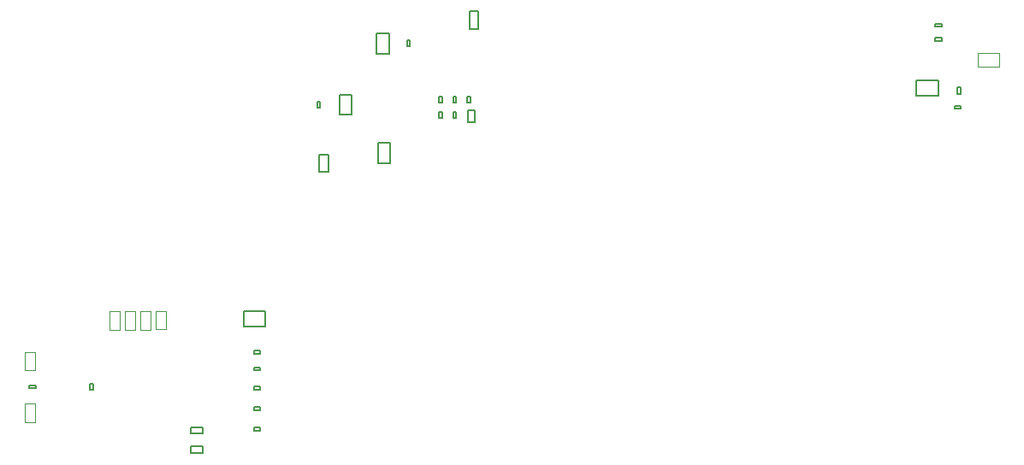
<source format=gbr>
%TF.GenerationSoftware,Altium Limited,Altium Designer,24.1.2 (44)*%
G04 Layer_Color=32768*
%FSLAX45Y45*%
%MOMM*%
%TF.SameCoordinates,57B3B6A3-E825-4013-9261-08072AB09D51*%
%TF.FilePolarity,Positive*%
%TF.FileFunction,Other,Bottom_3D_Body*%
%TF.Part,Single*%
G01*
G75*
%TA.AperFunction,NonConductor*%
%ADD64C,0.20000*%
%ADD88C,0.10000*%
D64*
X8484600Y7733406D02*
Y7933406D01*
Y7733406D02*
X8609600D01*
Y7933406D01*
X8484600D02*
X8609600D01*
X8784600Y7804400D02*
Y7867400D01*
Y7804400D02*
X8817600D01*
Y7867400D01*
X8784600D02*
X8817600D01*
X8241300Y7126300D02*
Y7326300D01*
X8116300D02*
X8241300D01*
X8116300Y7126300D02*
Y7326300D01*
Y7126300D02*
X8241300D01*
X7928600Y7194800D02*
Y7257800D01*
X7895600D02*
X7928600D01*
X7895600Y7194800D02*
Y7257800D01*
Y7194800D02*
X7928600D01*
X8007900Y6561100D02*
Y6731100D01*
X7917900D02*
X8007900D01*
X7917900Y6561100D02*
Y6731100D01*
Y6561100D02*
X8007900D01*
X8622300Y6646194D02*
Y6846194D01*
X8497300D02*
X8622300D01*
X8497300Y6646194D02*
Y6846194D01*
Y6646194D02*
X8622300D01*
X9390900Y7052600D02*
Y7167600D01*
Y7052600D02*
X9455900D01*
Y7167600D01*
X9390900D02*
X9455900D01*
X9414500Y7247250D02*
Y7310250D01*
X9381500D02*
X9414500D01*
X9381500Y7247250D02*
Y7310250D01*
Y7247250D02*
X9414500D01*
X9274800Y7245600D02*
Y7308600D01*
X9241800D02*
X9274800D01*
X9241800Y7245600D02*
Y7308600D01*
Y7245600D02*
X9274800D01*
X9135100D02*
Y7308600D01*
X9102100D02*
X9135100D01*
X9102100Y7245600D02*
Y7308600D01*
Y7245600D02*
X9135100D01*
X9102100Y7091550D02*
Y7154550D01*
Y7091550D02*
X9135100D01*
Y7154550D01*
X9102100D02*
X9135100D01*
X9241800Y7094850D02*
Y7157850D01*
Y7094850D02*
X9274800D01*
Y7157850D01*
X9241800D02*
X9274800D01*
X9403800Y7979500D02*
Y8149500D01*
Y7979500D02*
X9493800D01*
Y8149500D01*
X9403800D02*
X9493800D01*
X7167100Y5177900D02*
X7387100D01*
X7167100Y5032900D02*
Y5177900D01*
Y5032900D02*
X7387100D01*
Y5177900D01*
X7271000Y4029700D02*
X7334000D01*
X7271000Y3996700D02*
Y4029700D01*
Y3996700D02*
X7334000D01*
Y4029700D01*
X7269350Y4436100D02*
X7332350D01*
X7269350Y4403100D02*
Y4436100D01*
Y4403100D02*
X7332350D01*
Y4436100D01*
X7269350Y4626600D02*
X7332350D01*
X7269350Y4593600D02*
Y4626600D01*
Y4593600D02*
X7332350D01*
Y4626600D01*
X7269350Y4791700D02*
X7332350D01*
X7269350Y4758700D02*
Y4791700D01*
Y4758700D02*
X7332350D01*
Y4791700D01*
X7269350Y4232900D02*
X7332350D01*
X7269350Y4199900D02*
Y4232900D01*
Y4199900D02*
X7332350D01*
Y4232900D01*
X6646200Y3842500D02*
X6761200D01*
X6646200Y3777500D02*
Y3842500D01*
Y3777500D02*
X6761200D01*
Y3842500D01*
X6646200Y4033000D02*
X6761200D01*
X6646200Y3968000D02*
Y4033000D01*
Y3968000D02*
X6761200D01*
Y4033000D01*
X5048500Y4415800D02*
X5111500D01*
Y4448800D01*
X5048500D02*
X5111500D01*
X5048500Y4415800D02*
Y4448800D01*
X5647700Y4400800D02*
Y4463800D01*
Y4400800D02*
X5680700D01*
Y4463800D01*
X5647700D02*
X5680700D01*
X13823100Y7318900D02*
Y7463900D01*
X14043100D01*
Y7318900D02*
Y7463900D01*
X13823100Y7318900D02*
X14043100D01*
X14079350Y7997200D02*
Y8030200D01*
X14016350Y7997200D02*
X14079350D01*
X14016350D02*
Y8030200D01*
X14079350D01*
Y7857500D02*
Y7890500D01*
X14016350Y7857500D02*
X14079350D01*
X14016350D02*
Y7890500D01*
X14079350D01*
X14206850Y7184400D02*
Y7217400D01*
X14269850D01*
Y7184400D02*
Y7217400D01*
X14206850Y7184400D02*
X14269850D01*
X14232899Y7332850D02*
X14265900D01*
X14232899D02*
Y7395850D01*
X14265900D01*
Y7332850D02*
Y7395850D01*
D88*
X6300000Y5002700D02*
Y5182700D01*
X6400000Y5002700D02*
Y5182700D01*
X6300000D02*
X6400000D01*
X6300000Y5002700D02*
X6400000D01*
X6147600Y4999200D02*
Y5179200D01*
X6247600Y4999200D02*
Y5179200D01*
X6147600D02*
X6247600D01*
X6147600Y4999200D02*
X6247600D01*
X5995200D02*
Y5179200D01*
X6095200Y4999200D02*
Y5179200D01*
X5995200D02*
X6095200D01*
X5995200Y4999200D02*
X6095200D01*
X5842800D02*
Y5179200D01*
X5942800Y4999200D02*
Y5179200D01*
X5842800D02*
X5942800D01*
X5842800Y4999200D02*
X5942800D01*
X5004600Y4596300D02*
Y4776300D01*
X5104600Y4596300D02*
Y4776300D01*
X5004600D02*
X5104600D01*
X5004600Y4596300D02*
X5104600D01*
X5104600Y4084800D02*
Y4264800D01*
X5004600Y4084800D02*
Y4264800D01*
Y4084800D02*
X5104600D01*
X5004600Y4264800D02*
X5104600D01*
X14434900Y7603300D02*
X14644901D01*
X14434900Y7738300D02*
X14644901D01*
X14434900Y7603300D02*
Y7738300D01*
X14644901Y7603300D02*
Y7738300D01*
%TF.MD5,266cbab66de94a214e9f7b3d0915a6b8*%
M02*

</source>
